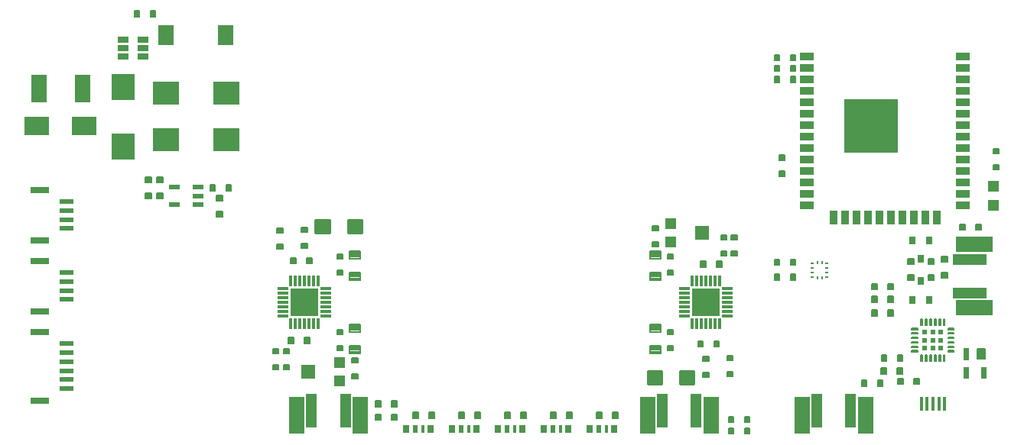
<source format=gbr>
G04 EAGLE Gerber RS-274X export*
G75*
%MOMM*%
%FSLAX34Y34*%
%LPD*%
%INSolderpaste Top*%
%IPPOS*%
%AMOC8*
5,1,8,0,0,1.08239X$1,22.5*%
G01*
G04 Define Apertures*
%ADD10R,2.550000X3.000000*%
%ADD11R,3.000000X2.550000*%
%ADD12R,1.200000X0.700000*%
%ADD13R,1.800000X2.200000*%
%ADD14C,0.140000*%
%ADD15R,0.600000X0.600000*%
%ADD16R,1.500000X0.900000*%
%ADD17R,0.900000X1.500000*%
%ADD18R,6.000000X6.000000*%
%ADD19R,1.200000X0.550000*%
%ADD20R,1.730000X3.050000*%
%ADD21R,2.700000X2.000000*%
%ADD22R,0.300000X1.150000*%
%ADD23R,1.150000X0.300000*%
%ADD24R,3.150000X3.150000*%
%ADD25R,1.500000X1.600000*%
%ADD26R,1.200000X1.200000*%
%ADD27C,0.200000*%
%ADD28C,0.340000*%
%ADD29R,0.410000X0.280000*%
%ADD30R,0.280000X0.410000*%
%ADD31R,0.800000X0.900000*%
%ADD32R,0.400000X0.900000*%
%ADD33R,0.600000X0.900000*%
%ADD34R,0.750000X0.900000*%
%ADD35R,1.205000X3.760000*%
%ADD36R,1.710000X4.190000*%
%ADD37R,1.550000X0.600000*%
%ADD38R,2.100000X0.800000*%
%ADD39C,0.148500*%
%ADD40C,0.088500*%
%ADD41R,3.760000X1.205000*%
%ADD42R,4.190000X1.710000*%
%ADD43R,0.450000X1.500000*%
D10*
X-425450Y236550D03*
X-425450Y169850D03*
D11*
X-310820Y229870D03*
X-377520Y229870D03*
X-310820Y177800D03*
X-377520Y177800D03*
D12*
X-425020Y288900D03*
X-425020Y279400D03*
X-425020Y269900D03*
X-403020Y269900D03*
X-403020Y279400D03*
X-403020Y288900D03*
D13*
X-377730Y293930D03*
X-311730Y293930D03*
D14*
X447870Y-31250D02*
X454470Y-31250D01*
X454470Y-32650D01*
X447870Y-32650D01*
X447870Y-31250D01*
X447870Y-31320D02*
X454470Y-31320D01*
X454470Y-36250D02*
X447870Y-36250D01*
X454470Y-36250D02*
X454470Y-37650D01*
X447870Y-37650D01*
X447870Y-36250D01*
X447870Y-36320D02*
X454470Y-36320D01*
X454470Y-41250D02*
X447870Y-41250D01*
X454470Y-41250D02*
X454470Y-42650D01*
X447870Y-42650D01*
X447870Y-41250D01*
X447870Y-41320D02*
X454470Y-41320D01*
X454470Y-46250D02*
X447870Y-46250D01*
X454470Y-46250D02*
X454470Y-47650D01*
X447870Y-47650D01*
X447870Y-46250D01*
X447870Y-46320D02*
X454470Y-46320D01*
X454470Y-51250D02*
X447870Y-51250D01*
X454470Y-51250D02*
X454470Y-52650D01*
X447870Y-52650D01*
X447870Y-51250D01*
X447870Y-51320D02*
X454470Y-51320D01*
X454470Y-56250D02*
X447870Y-56250D01*
X454470Y-56250D02*
X454470Y-57650D01*
X447870Y-57650D01*
X447870Y-56250D01*
X447870Y-56320D02*
X454470Y-56320D01*
X459370Y-61150D02*
X459370Y-67750D01*
X457970Y-67750D01*
X457970Y-61150D01*
X459370Y-61150D01*
X459370Y-66420D02*
X457970Y-66420D01*
X457970Y-65090D02*
X459370Y-65090D01*
X459370Y-63760D02*
X457970Y-63760D01*
X457970Y-62430D02*
X459370Y-62430D01*
X464370Y-61150D02*
X464370Y-67750D01*
X462970Y-67750D01*
X462970Y-61150D01*
X464370Y-61150D01*
X464370Y-66420D02*
X462970Y-66420D01*
X462970Y-65090D02*
X464370Y-65090D01*
X464370Y-63760D02*
X462970Y-63760D01*
X462970Y-62430D02*
X464370Y-62430D01*
X469370Y-61150D02*
X469370Y-67750D01*
X467970Y-67750D01*
X467970Y-61150D01*
X469370Y-61150D01*
X469370Y-66420D02*
X467970Y-66420D01*
X467970Y-65090D02*
X469370Y-65090D01*
X469370Y-63760D02*
X467970Y-63760D01*
X467970Y-62430D02*
X469370Y-62430D01*
X474370Y-61150D02*
X474370Y-67750D01*
X472970Y-67750D01*
X472970Y-61150D01*
X474370Y-61150D01*
X474370Y-66420D02*
X472970Y-66420D01*
X472970Y-65090D02*
X474370Y-65090D01*
X474370Y-63760D02*
X472970Y-63760D01*
X472970Y-62430D02*
X474370Y-62430D01*
X479370Y-61150D02*
X479370Y-67750D01*
X477970Y-67750D01*
X477970Y-61150D01*
X479370Y-61150D01*
X479370Y-66420D02*
X477970Y-66420D01*
X477970Y-65090D02*
X479370Y-65090D01*
X479370Y-63760D02*
X477970Y-63760D01*
X477970Y-62430D02*
X479370Y-62430D01*
X484370Y-61150D02*
X484370Y-67750D01*
X482970Y-67750D01*
X482970Y-61150D01*
X484370Y-61150D01*
X484370Y-66420D02*
X482970Y-66420D01*
X482970Y-65090D02*
X484370Y-65090D01*
X484370Y-63760D02*
X482970Y-63760D01*
X482970Y-62430D02*
X484370Y-62430D01*
X487870Y-57650D02*
X494470Y-57650D01*
X487870Y-57650D02*
X487870Y-56250D01*
X494470Y-56250D01*
X494470Y-57650D01*
X494470Y-56320D02*
X487870Y-56320D01*
X487870Y-52650D02*
X494470Y-52650D01*
X487870Y-52650D02*
X487870Y-51250D01*
X494470Y-51250D01*
X494470Y-52650D01*
X494470Y-51320D02*
X487870Y-51320D01*
X487870Y-47650D02*
X494470Y-47650D01*
X487870Y-47650D02*
X487870Y-46250D01*
X494470Y-46250D01*
X494470Y-47650D01*
X494470Y-46320D02*
X487870Y-46320D01*
X487870Y-42650D02*
X494470Y-42650D01*
X487870Y-42650D02*
X487870Y-41250D01*
X494470Y-41250D01*
X494470Y-42650D01*
X494470Y-41320D02*
X487870Y-41320D01*
X487870Y-37650D02*
X494470Y-37650D01*
X487870Y-37650D02*
X487870Y-36250D01*
X494470Y-36250D01*
X494470Y-37650D01*
X494470Y-36320D02*
X487870Y-36320D01*
X487870Y-32650D02*
X494470Y-32650D01*
X487870Y-32650D02*
X487870Y-31250D01*
X494470Y-31250D01*
X494470Y-32650D01*
X494470Y-31320D02*
X487870Y-31320D01*
X482970Y-27750D02*
X482970Y-21150D01*
X484370Y-21150D01*
X484370Y-27750D01*
X482970Y-27750D01*
X482970Y-26420D02*
X484370Y-26420D01*
X484370Y-25090D02*
X482970Y-25090D01*
X482970Y-23760D02*
X484370Y-23760D01*
X484370Y-22430D02*
X482970Y-22430D01*
X477970Y-21150D02*
X477970Y-27750D01*
X477970Y-21150D02*
X479370Y-21150D01*
X479370Y-27750D01*
X477970Y-27750D01*
X477970Y-26420D02*
X479370Y-26420D01*
X479370Y-25090D02*
X477970Y-25090D01*
X477970Y-23760D02*
X479370Y-23760D01*
X479370Y-22430D02*
X477970Y-22430D01*
X472970Y-21150D02*
X472970Y-27750D01*
X472970Y-21150D02*
X474370Y-21150D01*
X474370Y-27750D01*
X472970Y-27750D01*
X472970Y-26420D02*
X474370Y-26420D01*
X474370Y-25090D02*
X472970Y-25090D01*
X472970Y-23760D02*
X474370Y-23760D01*
X474370Y-22430D02*
X472970Y-22430D01*
X467970Y-21150D02*
X467970Y-27750D01*
X467970Y-21150D02*
X469370Y-21150D01*
X469370Y-27750D01*
X467970Y-27750D01*
X467970Y-26420D02*
X469370Y-26420D01*
X469370Y-25090D02*
X467970Y-25090D01*
X467970Y-23760D02*
X469370Y-23760D01*
X469370Y-22430D02*
X467970Y-22430D01*
X462970Y-21150D02*
X462970Y-27750D01*
X462970Y-21150D02*
X464370Y-21150D01*
X464370Y-27750D01*
X462970Y-27750D01*
X462970Y-26420D02*
X464370Y-26420D01*
X464370Y-25090D02*
X462970Y-25090D01*
X462970Y-23760D02*
X464370Y-23760D01*
X464370Y-22430D02*
X462970Y-22430D01*
X457970Y-21150D02*
X457970Y-27750D01*
X457970Y-21150D02*
X459370Y-21150D01*
X459370Y-27750D01*
X457970Y-27750D01*
X457970Y-26420D02*
X459370Y-26420D01*
X459370Y-25090D02*
X457970Y-25090D01*
X457970Y-23760D02*
X459370Y-23760D01*
X459370Y-22430D02*
X457970Y-22430D01*
D15*
X462170Y-53450D03*
X471170Y-44450D03*
X462170Y-44450D03*
X462170Y-35450D03*
X480170Y-35450D03*
X480170Y-53450D03*
X480170Y-44450D03*
X471170Y-35450D03*
X471170Y-53450D03*
D16*
X332010Y270118D03*
X332010Y257418D03*
X332010Y244718D03*
X332010Y232018D03*
X332010Y219318D03*
X332010Y206618D03*
X332010Y193918D03*
X332010Y181218D03*
X332010Y168518D03*
X332010Y155818D03*
X332010Y143118D03*
X332010Y130418D03*
X332010Y117718D03*
X332010Y105018D03*
D17*
X361010Y91118D03*
X373710Y91118D03*
X386410Y91118D03*
X399110Y91118D03*
X411810Y91118D03*
X424510Y91118D03*
X437210Y91118D03*
X449910Y91118D03*
X462610Y91118D03*
X475310Y91118D03*
D16*
X504010Y105018D03*
X504010Y117718D03*
X504010Y130418D03*
X504010Y143118D03*
X504010Y155818D03*
X504010Y168518D03*
X504010Y181218D03*
X504010Y193918D03*
X504010Y206618D03*
X504010Y219318D03*
X504010Y232018D03*
X504010Y244718D03*
X504010Y257418D03*
X504010Y270118D03*
D18*
X403010Y193018D03*
D19*
X-342599Y106070D03*
X-342599Y115570D03*
X-342599Y125070D03*
X-368601Y125070D03*
X-368601Y106070D03*
D20*
X-470076Y234596D03*
X-518376Y234596D03*
D21*
X-468346Y193178D03*
X-521146Y193178D03*
D14*
X-413010Y314325D02*
X-413010Y320675D01*
X-407410Y320675D01*
X-407410Y314325D01*
X-413010Y314325D01*
X-413010Y315655D02*
X-407410Y315655D01*
X-407410Y316985D02*
X-413010Y316985D01*
X-413010Y318315D02*
X-407410Y318315D01*
X-407410Y319645D02*
X-413010Y319645D01*
X-395230Y320675D02*
X-395230Y314325D01*
X-395230Y320675D02*
X-389630Y320675D01*
X-389630Y314325D01*
X-395230Y314325D01*
X-395230Y315655D02*
X-389630Y315655D01*
X-389630Y316985D02*
X-395230Y316985D01*
X-395230Y318315D02*
X-389630Y318315D01*
X-389630Y319645D02*
X-395230Y319645D01*
X437540Y-61341D02*
X437540Y-67691D01*
X431940Y-67691D01*
X431940Y-61341D01*
X437540Y-61341D01*
X437540Y-66361D02*
X431940Y-66361D01*
X431940Y-65031D02*
X437540Y-65031D01*
X437540Y-63701D02*
X431940Y-63701D01*
X431940Y-62371D02*
X437540Y-62371D01*
X419760Y-61341D02*
X419760Y-67691D01*
X414160Y-67691D01*
X414160Y-61341D01*
X419760Y-61341D01*
X419760Y-66361D02*
X414160Y-66361D01*
X414160Y-65031D02*
X419760Y-65031D01*
X419760Y-63701D02*
X414160Y-63701D01*
X414160Y-62371D02*
X419760Y-62371D01*
X-315595Y92450D02*
X-321945Y92450D01*
X-321945Y98050D01*
X-315595Y98050D01*
X-315595Y92450D01*
X-315595Y93780D02*
X-321945Y93780D01*
X-321945Y95110D02*
X-315595Y95110D01*
X-315595Y96440D02*
X-321945Y96440D01*
X-321945Y97770D02*
X-315595Y97770D01*
X-315595Y110230D02*
X-321945Y110230D01*
X-321945Y115830D01*
X-315595Y115830D01*
X-315595Y110230D01*
X-315595Y111560D02*
X-321945Y111560D01*
X-321945Y112890D02*
X-315595Y112890D01*
X-315595Y114220D02*
X-321945Y114220D01*
X-321945Y115550D02*
X-315595Y115550D01*
X-381635Y112770D02*
X-387985Y112770D01*
X-387985Y118370D01*
X-381635Y118370D01*
X-381635Y112770D01*
X-381635Y114100D02*
X-387985Y114100D01*
X-387985Y115430D02*
X-381635Y115430D01*
X-381635Y116760D02*
X-387985Y116760D01*
X-387985Y118090D02*
X-381635Y118090D01*
X-381635Y130550D02*
X-387985Y130550D01*
X-387985Y136150D01*
X-381635Y136150D01*
X-381635Y130550D01*
X-381635Y131880D02*
X-387985Y131880D01*
X-387985Y133210D02*
X-381635Y133210D01*
X-381635Y134540D02*
X-387985Y134540D01*
X-387985Y135870D02*
X-381635Y135870D01*
X-394335Y112770D02*
X-400685Y112770D01*
X-400685Y118370D01*
X-394335Y118370D01*
X-394335Y112770D01*
X-394335Y114100D02*
X-400685Y114100D01*
X-400685Y115430D02*
X-394335Y115430D01*
X-394335Y116760D02*
X-400685Y116760D01*
X-400685Y118090D02*
X-394335Y118090D01*
X-394335Y130550D02*
X-400685Y130550D01*
X-400685Y136150D01*
X-394335Y136150D01*
X-394335Y130550D01*
X-394335Y131880D02*
X-400685Y131880D01*
X-400685Y133210D02*
X-394335Y133210D01*
X-394335Y134540D02*
X-400685Y134540D01*
X-400685Y135870D02*
X-394335Y135870D01*
X-329190Y127635D02*
X-329190Y121285D01*
X-329190Y127635D02*
X-323590Y127635D01*
X-323590Y121285D01*
X-329190Y121285D01*
X-329190Y122615D02*
X-323590Y122615D01*
X-323590Y123945D02*
X-329190Y123945D01*
X-329190Y125275D02*
X-323590Y125275D01*
X-323590Y126605D02*
X-329190Y126605D01*
X-311410Y127635D02*
X-311410Y121285D01*
X-311410Y127635D02*
X-305810Y127635D01*
X-305810Y121285D01*
X-311410Y121285D01*
X-311410Y122615D02*
X-305810Y122615D01*
X-305810Y123945D02*
X-311410Y123945D01*
X-311410Y125275D02*
X-305810Y125275D01*
X-305810Y126605D02*
X-311410Y126605D01*
X-227965Y57286D02*
X-221615Y57286D01*
X-227965Y57286D02*
X-227965Y62886D01*
X-221615Y62886D01*
X-221615Y57286D01*
X-221615Y58616D02*
X-227965Y58616D01*
X-227965Y59946D02*
X-221615Y59946D01*
X-221615Y61276D02*
X-227965Y61276D01*
X-227965Y62606D02*
X-221615Y62606D01*
X-221615Y75066D02*
X-227965Y75066D01*
X-227965Y80666D01*
X-221615Y80666D01*
X-221615Y75066D01*
X-221615Y76396D02*
X-227965Y76396D01*
X-227965Y77726D02*
X-221615Y77726D01*
X-221615Y79056D02*
X-227965Y79056D01*
X-227965Y80386D02*
X-221615Y80386D01*
X-239528Y46863D02*
X-239528Y40513D01*
X-239528Y46863D02*
X-233928Y46863D01*
X-233928Y40513D01*
X-239528Y40513D01*
X-239528Y41843D02*
X-233928Y41843D01*
X-233928Y43173D02*
X-239528Y43173D01*
X-239528Y44503D02*
X-233928Y44503D01*
X-233928Y45833D02*
X-239528Y45833D01*
X-221748Y46863D02*
X-221748Y40513D01*
X-221748Y46863D02*
X-216148Y46863D01*
X-216148Y40513D01*
X-221748Y40513D01*
X-221748Y41843D02*
X-216148Y41843D01*
X-216148Y43173D02*
X-221748Y43173D01*
X-221748Y44503D02*
X-216148Y44503D01*
X-216148Y45833D02*
X-221748Y45833D01*
X-248604Y56382D02*
X-254954Y56382D01*
X-254954Y61982D01*
X-248604Y61982D01*
X-248604Y56382D01*
X-248604Y57712D02*
X-254954Y57712D01*
X-254954Y59042D02*
X-248604Y59042D01*
X-248604Y60372D02*
X-254954Y60372D01*
X-254954Y61702D02*
X-248604Y61702D01*
X-248604Y74162D02*
X-254954Y74162D01*
X-254954Y79762D01*
X-248604Y79762D01*
X-248604Y74162D01*
X-248604Y75492D02*
X-254954Y75492D01*
X-254954Y76822D02*
X-248604Y76822D01*
X-248604Y78152D02*
X-254954Y78152D01*
X-254954Y79482D02*
X-248604Y79482D01*
X-242322Y-41529D02*
X-242322Y-47879D01*
X-242322Y-41529D02*
X-236722Y-41529D01*
X-236722Y-47879D01*
X-242322Y-47879D01*
X-242322Y-46549D02*
X-236722Y-46549D01*
X-236722Y-45219D02*
X-242322Y-45219D01*
X-242322Y-43889D02*
X-236722Y-43889D01*
X-236722Y-42559D02*
X-242322Y-42559D01*
X-224542Y-41529D02*
X-224542Y-47879D01*
X-224542Y-41529D02*
X-218942Y-41529D01*
X-218942Y-47879D01*
X-224542Y-47879D01*
X-224542Y-46549D02*
X-218942Y-46549D01*
X-218942Y-45219D02*
X-224542Y-45219D01*
X-224542Y-43889D02*
X-218942Y-43889D01*
X-218942Y-42559D02*
X-224542Y-42559D01*
D22*
X-209790Y21460D03*
X-214790Y21460D03*
X-219790Y21460D03*
X-224790Y21460D03*
X-229790Y21460D03*
X-234790Y21460D03*
X-239790Y21460D03*
D23*
X-248790Y12460D03*
X-248790Y7460D03*
X-248790Y2460D03*
X-248790Y-2540D03*
X-248790Y-7540D03*
X-248790Y-12540D03*
X-248790Y-17540D03*
D22*
X-239790Y-26540D03*
X-234790Y-26540D03*
X-229790Y-26540D03*
X-224790Y-26540D03*
X-219790Y-26540D03*
X-214790Y-26540D03*
X-209790Y-26540D03*
D23*
X-200790Y-17540D03*
X-200790Y-12540D03*
X-200790Y-7540D03*
X-200790Y-2540D03*
X-200790Y2460D03*
X-200790Y7460D03*
X-200790Y12460D03*
D24*
X-224790Y-2540D03*
D25*
X-220708Y-79756D03*
D26*
X-185708Y-69756D03*
X-185708Y-89756D03*
D14*
X-172085Y-64002D02*
X-165735Y-64002D01*
X-165735Y-69602D01*
X-172085Y-69602D01*
X-172085Y-64002D01*
X-172085Y-68272D02*
X-165735Y-68272D01*
X-165735Y-66942D02*
X-172085Y-66942D01*
X-172085Y-65612D02*
X-165735Y-65612D01*
X-165735Y-64282D02*
X-172085Y-64282D01*
X-172085Y-81782D02*
X-165735Y-81782D01*
X-165735Y-87382D01*
X-172085Y-87382D01*
X-172085Y-81782D01*
X-172085Y-86052D02*
X-165735Y-86052D01*
X-165735Y-84722D02*
X-172085Y-84722D01*
X-172085Y-83392D02*
X-165735Y-83392D01*
X-165735Y-82062D02*
X-172085Y-82062D01*
X-253111Y-53842D02*
X-259461Y-53842D01*
X-253111Y-53842D02*
X-253111Y-59442D01*
X-259461Y-59442D01*
X-259461Y-53842D01*
X-259461Y-58112D02*
X-253111Y-58112D01*
X-253111Y-56782D02*
X-259461Y-56782D01*
X-259461Y-55452D02*
X-253111Y-55452D01*
X-253111Y-54122D02*
X-259461Y-54122D01*
X-259461Y-71622D02*
X-253111Y-71622D01*
X-253111Y-77222D01*
X-259461Y-77222D01*
X-259461Y-71622D01*
X-259461Y-75892D02*
X-253111Y-75892D01*
X-253111Y-74562D02*
X-259461Y-74562D01*
X-259461Y-73232D02*
X-253111Y-73232D01*
X-253111Y-71902D02*
X-259461Y-71902D01*
X-247777Y-53842D02*
X-241427Y-53842D01*
X-241427Y-59442D01*
X-247777Y-59442D01*
X-247777Y-53842D01*
X-247777Y-58112D02*
X-241427Y-58112D01*
X-241427Y-56782D02*
X-247777Y-56782D01*
X-247777Y-55452D02*
X-241427Y-55452D01*
X-241427Y-54122D02*
X-247777Y-54122D01*
X-247777Y-71622D02*
X-241427Y-71622D01*
X-241427Y-77222D01*
X-247777Y-77222D01*
X-247777Y-71622D01*
X-247777Y-75892D02*
X-241427Y-75892D01*
X-241427Y-74562D02*
X-247777Y-74562D01*
X-247777Y-73232D02*
X-241427Y-73232D01*
X-241427Y-71902D02*
X-247777Y-71902D01*
D27*
X-174910Y-35180D02*
X-162910Y-35180D01*
X-174910Y-35180D02*
X-174910Y-27180D01*
X-162910Y-27180D01*
X-162910Y-35180D01*
X-162910Y-33280D02*
X-174910Y-33280D01*
X-174910Y-31380D02*
X-162910Y-31380D01*
X-162910Y-29480D02*
X-174910Y-29480D01*
X-174910Y-27580D02*
X-162910Y-27580D01*
X-162910Y-59180D02*
X-174910Y-59180D01*
X-174910Y-51180D01*
X-162910Y-51180D01*
X-162910Y-59180D01*
X-162910Y-57280D02*
X-174910Y-57280D01*
X-174910Y-55380D02*
X-162910Y-55380D01*
X-162910Y-53480D02*
X-174910Y-53480D01*
X-174910Y-51580D02*
X-162910Y-51580D01*
X-162910Y30100D02*
X-174910Y30100D01*
X-162910Y30100D02*
X-162910Y22100D01*
X-174910Y22100D01*
X-174910Y30100D01*
X-174910Y24000D02*
X-162910Y24000D01*
X-162910Y25900D02*
X-174910Y25900D01*
X-174910Y27800D02*
X-162910Y27800D01*
X-162910Y29700D02*
X-174910Y29700D01*
X-174910Y54100D02*
X-162910Y54100D01*
X-162910Y46100D01*
X-174910Y46100D01*
X-174910Y54100D01*
X-174910Y48000D02*
X-162910Y48000D01*
X-162910Y49900D02*
X-174910Y49900D01*
X-174910Y51800D02*
X-162910Y51800D01*
X-162910Y53700D02*
X-174910Y53700D01*
D28*
X-161136Y74734D02*
X-161136Y88334D01*
X-161136Y74734D02*
X-175736Y74734D01*
X-175736Y88334D01*
X-161136Y88334D01*
X-161136Y77964D02*
X-175736Y77964D01*
X-175736Y81194D02*
X-161136Y81194D01*
X-161136Y84424D02*
X-175736Y84424D01*
X-175736Y87654D02*
X-161136Y87654D01*
X-197136Y88334D02*
X-197136Y74734D01*
X-211736Y74734D01*
X-211736Y88334D01*
X-197136Y88334D01*
X-197136Y77964D02*
X-211736Y77964D01*
X-211736Y81194D02*
X-197136Y81194D01*
X-197136Y84424D02*
X-211736Y84424D01*
X-211736Y87654D02*
X-197136Y87654D01*
D14*
X-188595Y-32760D02*
X-182245Y-32760D01*
X-182245Y-38360D01*
X-188595Y-38360D01*
X-188595Y-32760D01*
X-188595Y-37030D02*
X-182245Y-37030D01*
X-182245Y-35700D02*
X-188595Y-35700D01*
X-188595Y-34370D02*
X-182245Y-34370D01*
X-182245Y-33040D02*
X-188595Y-33040D01*
X-188595Y-50540D02*
X-182245Y-50540D01*
X-182245Y-56140D01*
X-188595Y-56140D01*
X-188595Y-50540D01*
X-188595Y-54810D02*
X-182245Y-54810D01*
X-182245Y-53480D02*
X-188595Y-53480D01*
X-188595Y-52150D02*
X-182245Y-52150D01*
X-182245Y-50820D02*
X-188595Y-50820D01*
X-188595Y27680D02*
X-182245Y27680D01*
X-188595Y27680D02*
X-188595Y33280D01*
X-182245Y33280D01*
X-182245Y27680D01*
X-182245Y29010D02*
X-188595Y29010D01*
X-188595Y30340D02*
X-182245Y30340D01*
X-182245Y31670D02*
X-188595Y31670D01*
X-188595Y33000D02*
X-182245Y33000D01*
X-182245Y45460D02*
X-188595Y45460D01*
X-188595Y51060D01*
X-182245Y51060D01*
X-182245Y45460D01*
X-182245Y46790D02*
X-188595Y46790D01*
X-188595Y48120D02*
X-182245Y48120D01*
X-182245Y49450D02*
X-188595Y49450D01*
X-188595Y50780D02*
X-182245Y50780D01*
X216535Y-62366D02*
X222885Y-62366D01*
X222885Y-67966D01*
X216535Y-67966D01*
X216535Y-62366D01*
X216535Y-66636D02*
X222885Y-66636D01*
X222885Y-65306D02*
X216535Y-65306D01*
X216535Y-63976D02*
X222885Y-63976D01*
X222885Y-62646D02*
X216535Y-62646D01*
X216535Y-80146D02*
X222885Y-80146D01*
X222885Y-85746D01*
X216535Y-85746D01*
X216535Y-80146D01*
X216535Y-84416D02*
X222885Y-84416D01*
X222885Y-83086D02*
X216535Y-83086D01*
X216535Y-81756D02*
X222885Y-81756D01*
X222885Y-80426D02*
X216535Y-80426D01*
X234448Y-51943D02*
X234448Y-45593D01*
X234448Y-51943D02*
X228848Y-51943D01*
X228848Y-45593D01*
X234448Y-45593D01*
X234448Y-50613D02*
X228848Y-50613D01*
X228848Y-49283D02*
X234448Y-49283D01*
X234448Y-47953D02*
X228848Y-47953D01*
X228848Y-46623D02*
X234448Y-46623D01*
X216668Y-45593D02*
X216668Y-51943D01*
X211068Y-51943D01*
X211068Y-45593D01*
X216668Y-45593D01*
X216668Y-50613D02*
X211068Y-50613D01*
X211068Y-49283D02*
X216668Y-49283D01*
X216668Y-47953D02*
X211068Y-47953D01*
X211068Y-46623D02*
X216668Y-46623D01*
X243524Y-61462D02*
X249874Y-61462D01*
X249874Y-67062D01*
X243524Y-67062D01*
X243524Y-61462D01*
X243524Y-65732D02*
X249874Y-65732D01*
X249874Y-64402D02*
X243524Y-64402D01*
X243524Y-63072D02*
X249874Y-63072D01*
X249874Y-61742D02*
X243524Y-61742D01*
X243524Y-79242D02*
X249874Y-79242D01*
X249874Y-84842D01*
X243524Y-84842D01*
X243524Y-79242D01*
X243524Y-83512D02*
X249874Y-83512D01*
X249874Y-82182D02*
X243524Y-82182D01*
X243524Y-80852D02*
X249874Y-80852D01*
X249874Y-79522D02*
X243524Y-79522D01*
X237242Y36449D02*
X237242Y42799D01*
X237242Y36449D02*
X231642Y36449D01*
X231642Y42799D01*
X237242Y42799D01*
X237242Y37779D02*
X231642Y37779D01*
X231642Y39109D02*
X237242Y39109D01*
X237242Y40439D02*
X231642Y40439D01*
X231642Y41769D02*
X237242Y41769D01*
X219462Y42799D02*
X219462Y36449D01*
X213862Y36449D01*
X213862Y42799D01*
X219462Y42799D01*
X219462Y37779D02*
X213862Y37779D01*
X213862Y39109D02*
X219462Y39109D01*
X219462Y40439D02*
X213862Y40439D01*
X213862Y41769D02*
X219462Y41769D01*
D22*
X204710Y-26540D03*
X209710Y-26540D03*
X214710Y-26540D03*
X219710Y-26540D03*
X224710Y-26540D03*
X229710Y-26540D03*
X234710Y-26540D03*
D23*
X243710Y-17540D03*
X243710Y-12540D03*
X243710Y-7540D03*
X243710Y-2540D03*
X243710Y2460D03*
X243710Y7460D03*
X243710Y12460D03*
D22*
X234710Y21460D03*
X229710Y21460D03*
X224710Y21460D03*
X219710Y21460D03*
X214710Y21460D03*
X209710Y21460D03*
X204710Y21460D03*
D23*
X195710Y12460D03*
X195710Y7460D03*
X195710Y2460D03*
X195710Y-2540D03*
X195710Y-7540D03*
X195710Y-12540D03*
X195710Y-17540D03*
D24*
X219710Y-2540D03*
D25*
X215628Y74676D03*
D26*
X180628Y64676D03*
X180628Y84676D03*
D14*
X167005Y58922D02*
X160655Y58922D01*
X160655Y64522D01*
X167005Y64522D01*
X167005Y58922D01*
X167005Y60252D02*
X160655Y60252D01*
X160655Y61582D02*
X167005Y61582D01*
X167005Y62912D02*
X160655Y62912D01*
X160655Y64242D02*
X167005Y64242D01*
X167005Y76702D02*
X160655Y76702D01*
X160655Y82302D01*
X167005Y82302D01*
X167005Y76702D01*
X167005Y78032D02*
X160655Y78032D01*
X160655Y79362D02*
X167005Y79362D01*
X167005Y80692D02*
X160655Y80692D01*
X160655Y82022D02*
X167005Y82022D01*
X248031Y48762D02*
X254381Y48762D01*
X248031Y48762D02*
X248031Y54362D01*
X254381Y54362D01*
X254381Y48762D01*
X254381Y50092D02*
X248031Y50092D01*
X248031Y51422D02*
X254381Y51422D01*
X254381Y52752D02*
X248031Y52752D01*
X248031Y54082D02*
X254381Y54082D01*
X254381Y66542D02*
X248031Y66542D01*
X248031Y72142D01*
X254381Y72142D01*
X254381Y66542D01*
X254381Y67872D02*
X248031Y67872D01*
X248031Y69202D02*
X254381Y69202D01*
X254381Y70532D02*
X248031Y70532D01*
X248031Y71862D02*
X254381Y71862D01*
X242697Y48762D02*
X236347Y48762D01*
X236347Y54362D01*
X242697Y54362D01*
X242697Y48762D01*
X242697Y50092D02*
X236347Y50092D01*
X236347Y51422D02*
X242697Y51422D01*
X242697Y52752D02*
X236347Y52752D01*
X236347Y54082D02*
X242697Y54082D01*
X242697Y66542D02*
X236347Y66542D01*
X236347Y72142D01*
X242697Y72142D01*
X242697Y66542D01*
X242697Y67872D02*
X236347Y67872D01*
X236347Y69202D02*
X242697Y69202D01*
X242697Y70532D02*
X236347Y70532D01*
X236347Y71862D02*
X242697Y71862D01*
D27*
X169830Y30100D02*
X157830Y30100D01*
X169830Y30100D02*
X169830Y22100D01*
X157830Y22100D01*
X157830Y30100D01*
X157830Y24000D02*
X169830Y24000D01*
X169830Y25900D02*
X157830Y25900D01*
X157830Y27800D02*
X169830Y27800D01*
X169830Y29700D02*
X157830Y29700D01*
X157830Y54100D02*
X169830Y54100D01*
X169830Y46100D01*
X157830Y46100D01*
X157830Y54100D01*
X157830Y48000D02*
X169830Y48000D01*
X169830Y49900D02*
X157830Y49900D01*
X157830Y51800D02*
X169830Y51800D01*
X169830Y53700D02*
X157830Y53700D01*
X157830Y-35180D02*
X169830Y-35180D01*
X157830Y-35180D02*
X157830Y-27180D01*
X169830Y-27180D01*
X169830Y-35180D01*
X169830Y-33280D02*
X157830Y-33280D01*
X157830Y-31380D02*
X169830Y-31380D01*
X169830Y-29480D02*
X157830Y-29480D01*
X157830Y-27580D02*
X169830Y-27580D01*
X169830Y-59180D02*
X157830Y-59180D01*
X157830Y-51180D01*
X169830Y-51180D01*
X169830Y-59180D01*
X169830Y-57280D02*
X157830Y-57280D01*
X157830Y-55380D02*
X169830Y-55380D01*
X169830Y-53480D02*
X157830Y-53480D01*
X157830Y-51580D02*
X169830Y-51580D01*
D28*
X156056Y-79814D02*
X156056Y-93414D01*
X156056Y-79814D02*
X170656Y-79814D01*
X170656Y-93414D01*
X156056Y-93414D01*
X156056Y-90184D02*
X170656Y-90184D01*
X170656Y-86954D02*
X156056Y-86954D01*
X156056Y-83724D02*
X170656Y-83724D01*
X170656Y-80494D02*
X156056Y-80494D01*
X192056Y-79814D02*
X192056Y-93414D01*
X192056Y-79814D02*
X206656Y-79814D01*
X206656Y-93414D01*
X192056Y-93414D01*
X192056Y-90184D02*
X206656Y-90184D01*
X206656Y-86954D02*
X192056Y-86954D01*
X192056Y-83724D02*
X206656Y-83724D01*
X206656Y-80494D02*
X192056Y-80494D01*
D14*
X183515Y27680D02*
X177165Y27680D01*
X177165Y33280D01*
X183515Y33280D01*
X183515Y27680D01*
X183515Y29010D02*
X177165Y29010D01*
X177165Y30340D02*
X183515Y30340D01*
X183515Y31670D02*
X177165Y31670D01*
X177165Y33000D02*
X183515Y33000D01*
X183515Y45460D02*
X177165Y45460D01*
X177165Y51060D01*
X183515Y51060D01*
X183515Y45460D01*
X183515Y46790D02*
X177165Y46790D01*
X177165Y48120D02*
X183515Y48120D01*
X183515Y49450D02*
X177165Y49450D01*
X177165Y50780D02*
X183515Y50780D01*
X183515Y-32760D02*
X177165Y-32760D01*
X183515Y-32760D02*
X183515Y-38360D01*
X177165Y-38360D01*
X177165Y-32760D01*
X177165Y-37030D02*
X183515Y-37030D01*
X183515Y-35700D02*
X177165Y-35700D01*
X177165Y-34370D02*
X183515Y-34370D01*
X183515Y-33040D02*
X177165Y-33040D01*
X177165Y-50540D02*
X183515Y-50540D01*
X183515Y-56140D01*
X177165Y-56140D01*
X177165Y-50540D01*
X177165Y-54810D02*
X183515Y-54810D01*
X183515Y-53480D02*
X177165Y-53480D01*
X177165Y-52150D02*
X183515Y-52150D01*
X183515Y-50820D02*
X177165Y-50820D01*
D29*
X337544Y40520D03*
X337544Y35520D03*
X337544Y30520D03*
X337544Y25520D03*
D30*
X343194Y24870D03*
X348194Y24870D03*
D29*
X353844Y25520D03*
X353844Y30520D03*
X353844Y35520D03*
X353844Y40520D03*
D30*
X348194Y41170D03*
X343194Y41170D03*
D14*
X319284Y28575D02*
X319284Y22225D01*
X313684Y22225D01*
X313684Y28575D01*
X319284Y28575D01*
X319284Y23555D02*
X313684Y23555D01*
X313684Y24885D02*
X319284Y24885D01*
X319284Y26215D02*
X313684Y26215D01*
X313684Y27545D02*
X319284Y27545D01*
X301504Y28575D02*
X301504Y22225D01*
X295904Y22225D01*
X295904Y28575D01*
X301504Y28575D01*
X301504Y23555D02*
X295904Y23555D01*
X295904Y24885D02*
X301504Y24885D01*
X301504Y26215D02*
X295904Y26215D01*
X295904Y27545D02*
X301504Y27545D01*
X295904Y38735D02*
X295904Y45085D01*
X301504Y45085D01*
X301504Y38735D01*
X295904Y38735D01*
X295904Y40065D02*
X301504Y40065D01*
X301504Y41395D02*
X295904Y41395D01*
X295904Y42725D02*
X301504Y42725D01*
X301504Y44055D02*
X295904Y44055D01*
X313684Y45085D02*
X313684Y38735D01*
X313684Y45085D02*
X319284Y45085D01*
X319284Y38735D01*
X313684Y38735D01*
X313684Y40065D02*
X319284Y40065D01*
X319284Y41395D02*
X313684Y41395D01*
X313684Y42725D02*
X319284Y42725D01*
X319284Y44055D02*
X313684Y44055D01*
D31*
X-84735Y-142740D03*
D32*
X-93051Y-142740D03*
D33*
X-101890Y-142740D03*
D34*
X-111727Y-142740D03*
D31*
X-33935Y-142740D03*
D32*
X-42251Y-142740D03*
D33*
X-51090Y-142740D03*
D34*
X-60927Y-142740D03*
D31*
X16865Y-142740D03*
D32*
X8549Y-142740D03*
D33*
X-290Y-142740D03*
D34*
X-10127Y-142740D03*
D31*
X67665Y-142740D03*
D32*
X59349Y-142740D03*
D33*
X50510Y-142740D03*
D34*
X40673Y-142740D03*
D31*
X118465Y-142740D03*
D32*
X110149Y-142740D03*
D33*
X101310Y-142740D03*
D34*
X91473Y-142740D03*
D14*
X-104400Y-130810D02*
X-104400Y-124460D01*
X-98800Y-124460D01*
X-98800Y-130810D01*
X-104400Y-130810D01*
X-104400Y-129480D02*
X-98800Y-129480D01*
X-98800Y-128150D02*
X-104400Y-128150D01*
X-104400Y-126820D02*
X-98800Y-126820D01*
X-98800Y-125490D02*
X-104400Y-125490D01*
X-86620Y-124460D02*
X-86620Y-130810D01*
X-86620Y-124460D02*
X-81020Y-124460D01*
X-81020Y-130810D01*
X-86620Y-130810D01*
X-86620Y-129480D02*
X-81020Y-129480D01*
X-81020Y-128150D02*
X-86620Y-128150D01*
X-86620Y-126820D02*
X-81020Y-126820D01*
X-81020Y-125490D02*
X-86620Y-125490D01*
X-53600Y-124460D02*
X-53600Y-130810D01*
X-53600Y-124460D02*
X-48000Y-124460D01*
X-48000Y-130810D01*
X-53600Y-130810D01*
X-53600Y-129480D02*
X-48000Y-129480D01*
X-48000Y-128150D02*
X-53600Y-128150D01*
X-53600Y-126820D02*
X-48000Y-126820D01*
X-48000Y-125490D02*
X-53600Y-125490D01*
X-35820Y-124460D02*
X-35820Y-130810D01*
X-35820Y-124460D02*
X-30220Y-124460D01*
X-30220Y-130810D01*
X-35820Y-130810D01*
X-35820Y-129480D02*
X-30220Y-129480D01*
X-30220Y-128150D02*
X-35820Y-128150D01*
X-35820Y-126820D02*
X-30220Y-126820D01*
X-30220Y-125490D02*
X-35820Y-125490D01*
X-2800Y-124460D02*
X-2800Y-130810D01*
X-2800Y-124460D02*
X2800Y-124460D01*
X2800Y-130810D01*
X-2800Y-130810D01*
X-2800Y-129480D02*
X2800Y-129480D01*
X2800Y-128150D02*
X-2800Y-128150D01*
X-2800Y-126820D02*
X2800Y-126820D01*
X2800Y-125490D02*
X-2800Y-125490D01*
X14980Y-124460D02*
X14980Y-130810D01*
X14980Y-124460D02*
X20580Y-124460D01*
X20580Y-130810D01*
X14980Y-130810D01*
X14980Y-129480D02*
X20580Y-129480D01*
X20580Y-128150D02*
X14980Y-128150D01*
X14980Y-126820D02*
X20580Y-126820D01*
X20580Y-125490D02*
X14980Y-125490D01*
X48000Y-124460D02*
X48000Y-130810D01*
X48000Y-124460D02*
X53600Y-124460D01*
X53600Y-130810D01*
X48000Y-130810D01*
X48000Y-129480D02*
X53600Y-129480D01*
X53600Y-128150D02*
X48000Y-128150D01*
X48000Y-126820D02*
X53600Y-126820D01*
X53600Y-125490D02*
X48000Y-125490D01*
X65780Y-124460D02*
X65780Y-130810D01*
X65780Y-124460D02*
X71380Y-124460D01*
X71380Y-130810D01*
X65780Y-130810D01*
X65780Y-129480D02*
X71380Y-129480D01*
X71380Y-128150D02*
X65780Y-128150D01*
X65780Y-126820D02*
X71380Y-126820D01*
X71380Y-125490D02*
X65780Y-125490D01*
X98800Y-124460D02*
X98800Y-130810D01*
X98800Y-124460D02*
X104400Y-124460D01*
X104400Y-130810D01*
X98800Y-130810D01*
X98800Y-129480D02*
X104400Y-129480D01*
X104400Y-128150D02*
X98800Y-128150D01*
X98800Y-126820D02*
X104400Y-126820D01*
X104400Y-125490D02*
X98800Y-125490D01*
X116580Y-124460D02*
X116580Y-130810D01*
X116580Y-124460D02*
X122180Y-124460D01*
X122180Y-130810D01*
X116580Y-130810D01*
X116580Y-129480D02*
X122180Y-129480D01*
X122180Y-128150D02*
X116580Y-128150D01*
X116580Y-126820D02*
X122180Y-126820D01*
X122180Y-125490D02*
X116580Y-125490D01*
D35*
X380167Y-122696D03*
X342717Y-122696D03*
D36*
X326192Y-128146D03*
X396692Y-128146D03*
D35*
X209225Y-122696D03*
X171775Y-122696D03*
D36*
X155250Y-128146D03*
X225750Y-128146D03*
D35*
X-179197Y-122696D03*
X-216647Y-122696D03*
D36*
X-233172Y-128146D03*
X-162672Y-128146D03*
D14*
X392170Y-95377D02*
X392170Y-89027D01*
X397770Y-89027D01*
X397770Y-95377D01*
X392170Y-95377D01*
X392170Y-94047D02*
X397770Y-94047D01*
X397770Y-92717D02*
X392170Y-92717D01*
X392170Y-91387D02*
X397770Y-91387D01*
X397770Y-90057D02*
X392170Y-90057D01*
X409950Y-89027D02*
X409950Y-95377D01*
X409950Y-89027D02*
X415550Y-89027D01*
X415550Y-95377D01*
X409950Y-95377D01*
X409950Y-94047D02*
X415550Y-94047D01*
X415550Y-92717D02*
X409950Y-92717D01*
X409950Y-91387D02*
X415550Y-91387D01*
X415550Y-90057D02*
X409950Y-90057D01*
X244850Y-141859D02*
X244850Y-148209D01*
X244850Y-141859D02*
X250450Y-141859D01*
X250450Y-148209D01*
X244850Y-148209D01*
X244850Y-146879D02*
X250450Y-146879D01*
X250450Y-145549D02*
X244850Y-145549D01*
X244850Y-144219D02*
X250450Y-144219D01*
X250450Y-142889D02*
X244850Y-142889D01*
X262630Y-141859D02*
X262630Y-148209D01*
X262630Y-141859D02*
X268230Y-141859D01*
X268230Y-148209D01*
X262630Y-148209D01*
X262630Y-146879D02*
X268230Y-146879D01*
X268230Y-145549D02*
X262630Y-145549D01*
X262630Y-144219D02*
X268230Y-144219D01*
X268230Y-142889D02*
X262630Y-142889D01*
X-145548Y-133223D02*
X-145548Y-126873D01*
X-139948Y-126873D01*
X-139948Y-133223D01*
X-145548Y-133223D01*
X-145548Y-131893D02*
X-139948Y-131893D01*
X-139948Y-130563D02*
X-145548Y-130563D01*
X-145548Y-129233D02*
X-139948Y-129233D01*
X-139948Y-127903D02*
X-145548Y-127903D01*
X-127768Y-126873D02*
X-127768Y-133223D01*
X-127768Y-126873D02*
X-122168Y-126873D01*
X-122168Y-133223D01*
X-127768Y-133223D01*
X-127768Y-131893D02*
X-122168Y-131893D01*
X-122168Y-130563D02*
X-127768Y-130563D01*
X-127768Y-129233D02*
X-122168Y-129233D01*
X-122168Y-127903D02*
X-127768Y-127903D01*
X244850Y-129413D02*
X244850Y-135763D01*
X244850Y-129413D02*
X250450Y-129413D01*
X250450Y-135763D01*
X244850Y-135763D01*
X244850Y-134433D02*
X250450Y-134433D01*
X250450Y-133103D02*
X244850Y-133103D01*
X244850Y-131773D02*
X250450Y-131773D01*
X250450Y-130443D02*
X244850Y-130443D01*
X262630Y-129413D02*
X262630Y-135763D01*
X262630Y-129413D02*
X268230Y-129413D01*
X268230Y-135763D01*
X262630Y-135763D01*
X262630Y-134433D02*
X268230Y-134433D01*
X268230Y-133103D02*
X262630Y-133103D01*
X262630Y-131773D02*
X268230Y-131773D01*
X268230Y-130443D02*
X262630Y-130443D01*
X-145548Y-118491D02*
X-145548Y-112141D01*
X-139948Y-112141D01*
X-139948Y-118491D01*
X-145548Y-118491D01*
X-145548Y-117161D02*
X-139948Y-117161D01*
X-139948Y-115831D02*
X-145548Y-115831D01*
X-145548Y-114501D02*
X-139948Y-114501D01*
X-139948Y-113171D02*
X-145548Y-113171D01*
X-127768Y-112141D02*
X-127768Y-118491D01*
X-127768Y-112141D02*
X-122168Y-112141D01*
X-122168Y-118491D01*
X-127768Y-118491D01*
X-127768Y-117161D02*
X-122168Y-117161D01*
X-122168Y-115831D02*
X-127768Y-115831D01*
X-127768Y-114501D02*
X-122168Y-114501D01*
X-122168Y-113171D02*
X-127768Y-113171D01*
D37*
X-487680Y494D03*
X-487680Y10494D03*
X-487680Y20494D03*
D38*
X-517680Y-12506D03*
X-517680Y43494D03*
D37*
X-487680Y30494D03*
X-487680Y79234D03*
X-487680Y89234D03*
X-487680Y99234D03*
D38*
X-517680Y66234D03*
X-517680Y122234D03*
D37*
X-487680Y109234D03*
X-487680Y-98406D03*
X-487680Y-88406D03*
X-487680Y-78406D03*
X-487680Y-68406D03*
X-487680Y-58406D03*
X-487680Y-48406D03*
D38*
X-517680Y-111406D03*
X-517680Y-35406D03*
D14*
X300863Y137154D02*
X307213Y137154D01*
X300863Y137154D02*
X300863Y142754D01*
X307213Y142754D01*
X307213Y137154D01*
X307213Y138484D02*
X300863Y138484D01*
X300863Y139814D02*
X307213Y139814D01*
X307213Y141144D02*
X300863Y141144D01*
X300863Y142474D02*
X307213Y142474D01*
X307213Y154934D02*
X300863Y154934D01*
X300863Y160534D01*
X307213Y160534D01*
X307213Y154934D01*
X307213Y156264D02*
X300863Y156264D01*
X300863Y157594D02*
X307213Y157594D01*
X307213Y158924D02*
X300863Y158924D01*
X300863Y160254D02*
X307213Y160254D01*
X432666Y-87159D02*
X432666Y-93509D01*
X432666Y-87159D02*
X438266Y-87159D01*
X438266Y-93509D01*
X432666Y-93509D01*
X432666Y-92179D02*
X438266Y-92179D01*
X438266Y-90849D02*
X432666Y-90849D01*
X432666Y-89519D02*
X438266Y-89519D01*
X438266Y-88189D02*
X432666Y-88189D01*
X450446Y-87159D02*
X450446Y-93509D01*
X450446Y-87159D02*
X456046Y-87159D01*
X456046Y-93509D01*
X450446Y-93509D01*
X450446Y-92179D02*
X456046Y-92179D01*
X456046Y-90849D02*
X450446Y-90849D01*
X450446Y-89519D02*
X456046Y-89519D01*
X456046Y-88189D02*
X450446Y-88189D01*
X414046Y-81781D02*
X414046Y-75431D01*
X419646Y-75431D01*
X419646Y-81781D01*
X414046Y-81781D01*
X414046Y-80451D02*
X419646Y-80451D01*
X419646Y-79121D02*
X414046Y-79121D01*
X414046Y-77791D02*
X419646Y-77791D01*
X419646Y-76461D02*
X414046Y-76461D01*
X431826Y-75431D02*
X431826Y-81781D01*
X431826Y-75431D02*
X437426Y-75431D01*
X437426Y-81781D01*
X431826Y-81781D01*
X431826Y-80451D02*
X437426Y-80451D01*
X437426Y-79121D02*
X431826Y-79121D01*
X431826Y-77791D02*
X437426Y-77791D01*
X437426Y-76461D02*
X431826Y-76461D01*
D39*
X520784Y-54054D02*
X529200Y-54054D01*
X529200Y-65570D01*
X520784Y-65570D01*
X520784Y-54054D01*
X520784Y-64159D02*
X529200Y-64159D01*
X529200Y-62748D02*
X520784Y-62748D01*
X520784Y-61337D02*
X529200Y-61337D01*
X529200Y-59926D02*
X520784Y-59926D01*
X520784Y-58515D02*
X529200Y-58515D01*
X529200Y-57104D02*
X520784Y-57104D01*
X520784Y-55693D02*
X529200Y-55693D01*
X529200Y-54282D02*
X520784Y-54282D01*
D40*
X510300Y-53754D02*
X505284Y-53754D01*
X510300Y-53754D02*
X510300Y-65870D01*
X505284Y-65870D01*
X505284Y-53754D01*
X505284Y-65029D02*
X510300Y-65029D01*
X510300Y-64188D02*
X505284Y-64188D01*
X505284Y-63347D02*
X510300Y-63347D01*
X510300Y-62506D02*
X505284Y-62506D01*
X505284Y-61665D02*
X510300Y-61665D01*
X510300Y-60824D02*
X505284Y-60824D01*
X505284Y-59983D02*
X510300Y-59983D01*
X510300Y-59142D02*
X505284Y-59142D01*
X505284Y-58301D02*
X510300Y-58301D01*
X510300Y-57460D02*
X505284Y-57460D01*
X505284Y-56619D02*
X510300Y-56619D01*
X510300Y-55778D02*
X505284Y-55778D01*
X505284Y-54937D02*
X510300Y-54937D01*
X510300Y-54096D02*
X505284Y-54096D01*
X505284Y-74254D02*
X510300Y-74254D01*
X510300Y-86370D01*
X505284Y-86370D01*
X505284Y-74254D01*
X505284Y-85529D02*
X510300Y-85529D01*
X510300Y-84688D02*
X505284Y-84688D01*
X505284Y-83847D02*
X510300Y-83847D01*
X510300Y-83006D02*
X505284Y-83006D01*
X505284Y-82165D02*
X510300Y-82165D01*
X510300Y-81324D02*
X505284Y-81324D01*
X505284Y-80483D02*
X510300Y-80483D01*
X510300Y-79642D02*
X505284Y-79642D01*
X505284Y-78801D02*
X510300Y-78801D01*
X510300Y-77960D02*
X505284Y-77960D01*
X505284Y-77119D02*
X510300Y-77119D01*
X510300Y-76278D02*
X505284Y-76278D01*
X505284Y-75437D02*
X510300Y-75437D01*
X510300Y-74596D02*
X505284Y-74596D01*
X524484Y-74254D02*
X529500Y-74254D01*
X529500Y-86370D01*
X524484Y-86370D01*
X524484Y-74254D01*
X524484Y-85529D02*
X529500Y-85529D01*
X529500Y-84688D02*
X524484Y-84688D01*
X524484Y-83847D02*
X529500Y-83847D01*
X529500Y-83006D02*
X524484Y-83006D01*
X524484Y-82165D02*
X529500Y-82165D01*
X529500Y-81324D02*
X524484Y-81324D01*
X524484Y-80483D02*
X529500Y-80483D01*
X529500Y-79642D02*
X524484Y-79642D01*
X524484Y-78801D02*
X529500Y-78801D01*
X529500Y-77960D02*
X524484Y-77960D01*
X524484Y-77119D02*
X529500Y-77119D01*
X529500Y-76278D02*
X524484Y-76278D01*
X524484Y-75437D02*
X529500Y-75437D01*
X529500Y-74596D02*
X524484Y-74596D01*
D41*
X511570Y45141D03*
X511570Y7691D03*
D42*
X517020Y-8834D03*
X517020Y61666D03*
D14*
X487045Y48012D02*
X480695Y48012D01*
X487045Y48012D02*
X487045Y42412D01*
X480695Y42412D01*
X480695Y48012D01*
X480695Y43742D02*
X487045Y43742D01*
X487045Y45072D02*
X480695Y45072D01*
X480695Y46402D02*
X487045Y46402D01*
X487045Y47732D02*
X480695Y47732D01*
X480695Y30232D02*
X487045Y30232D01*
X487045Y24632D01*
X480695Y24632D01*
X480695Y30232D01*
X480695Y25962D02*
X487045Y25962D01*
X487045Y27292D02*
X480695Y27292D01*
X480695Y28622D02*
X487045Y28622D01*
X487045Y29952D02*
X480695Y29952D01*
X537845Y144520D02*
X544195Y144520D01*
X537845Y144520D02*
X537845Y150120D01*
X544195Y150120D01*
X544195Y144520D01*
X544195Y145850D02*
X537845Y145850D01*
X537845Y147180D02*
X544195Y147180D01*
X544195Y148510D02*
X537845Y148510D01*
X537845Y149840D02*
X544195Y149840D01*
X544195Y162300D02*
X537845Y162300D01*
X537845Y167900D01*
X544195Y167900D01*
X544195Y162300D01*
X544195Y163630D02*
X537845Y163630D01*
X537845Y164960D02*
X544195Y164960D01*
X544195Y166290D02*
X537845Y166290D01*
X537845Y167620D02*
X544195Y167620D01*
D26*
X538568Y105324D03*
X538568Y126324D03*
D31*
X457835Y21160D03*
X467335Y160D03*
X448335Y160D03*
X457835Y45388D03*
X448335Y66388D03*
X467335Y66388D03*
D14*
X449707Y45345D02*
X443357Y45345D01*
X449707Y45345D02*
X449707Y39745D01*
X443357Y39745D01*
X443357Y45345D01*
X443357Y41075D02*
X449707Y41075D01*
X449707Y42405D02*
X443357Y42405D01*
X443357Y43735D02*
X449707Y43735D01*
X449707Y45065D02*
X443357Y45065D01*
X443357Y27565D02*
X449707Y27565D01*
X449707Y21965D01*
X443357Y21965D01*
X443357Y27565D01*
X443357Y23295D02*
X449707Y23295D01*
X449707Y24625D02*
X443357Y24625D01*
X443357Y25955D02*
X449707Y25955D01*
X449707Y27285D02*
X443357Y27285D01*
X465963Y21965D02*
X472313Y21965D01*
X465963Y21965D02*
X465963Y27565D01*
X472313Y27565D01*
X472313Y21965D01*
X472313Y23295D02*
X465963Y23295D01*
X465963Y24625D02*
X472313Y24625D01*
X472313Y25955D02*
X465963Y25955D01*
X465963Y27285D02*
X472313Y27285D01*
X472313Y39745D02*
X465963Y39745D01*
X465963Y45345D01*
X472313Y45345D01*
X472313Y39745D01*
X472313Y41075D02*
X465963Y41075D01*
X465963Y42405D02*
X472313Y42405D01*
X472313Y43735D02*
X465963Y43735D01*
X465963Y45065D02*
X472313Y45065D01*
X501136Y77597D02*
X501136Y83947D01*
X506736Y83947D01*
X506736Y77597D01*
X501136Y77597D01*
X501136Y78927D02*
X506736Y78927D01*
X506736Y80257D02*
X501136Y80257D01*
X501136Y81587D02*
X506736Y81587D01*
X506736Y82917D02*
X501136Y82917D01*
X518916Y83947D02*
X518916Y77597D01*
X518916Y83947D02*
X524516Y83947D01*
X524516Y77597D01*
X518916Y77597D01*
X518916Y78927D02*
X524516Y78927D01*
X524516Y80257D02*
X518916Y80257D01*
X518916Y81587D02*
X524516Y81587D01*
X524516Y82917D02*
X518916Y82917D01*
X427234Y-11049D02*
X427234Y-17399D01*
X421634Y-17399D01*
X421634Y-11049D01*
X427234Y-11049D01*
X427234Y-16069D02*
X421634Y-16069D01*
X421634Y-14739D02*
X427234Y-14739D01*
X427234Y-13409D02*
X421634Y-13409D01*
X421634Y-12079D02*
X427234Y-12079D01*
X409454Y-11049D02*
X409454Y-17399D01*
X403854Y-17399D01*
X403854Y-11049D01*
X409454Y-11049D01*
X409454Y-16069D02*
X403854Y-16069D01*
X403854Y-14739D02*
X409454Y-14739D01*
X409454Y-13409D02*
X403854Y-13409D01*
X403854Y-12079D02*
X409454Y-12079D01*
X427234Y-2413D02*
X427234Y3937D01*
X427234Y-2413D02*
X421634Y-2413D01*
X421634Y3937D01*
X427234Y3937D01*
X427234Y-1083D02*
X421634Y-1083D01*
X421634Y247D02*
X427234Y247D01*
X427234Y1577D02*
X421634Y1577D01*
X421634Y2907D02*
X427234Y2907D01*
X409454Y3937D02*
X409454Y-2413D01*
X403854Y-2413D01*
X403854Y3937D01*
X409454Y3937D01*
X409454Y-1083D02*
X403854Y-1083D01*
X403854Y247D02*
X409454Y247D01*
X409454Y1577D02*
X403854Y1577D01*
X403854Y2907D02*
X409454Y2907D01*
X427234Y11557D02*
X427234Y17907D01*
X427234Y11557D02*
X421634Y11557D01*
X421634Y17907D01*
X427234Y17907D01*
X427234Y12887D02*
X421634Y12887D01*
X421634Y14217D02*
X427234Y14217D01*
X427234Y15547D02*
X421634Y15547D01*
X421634Y16877D02*
X427234Y16877D01*
X409454Y17907D02*
X409454Y11557D01*
X403854Y11557D01*
X403854Y17907D01*
X409454Y17907D01*
X409454Y12887D02*
X403854Y12887D01*
X403854Y14217D02*
X409454Y14217D01*
X409454Y15547D02*
X403854Y15547D01*
X403854Y16877D02*
X409454Y16877D01*
X319030Y241427D02*
X319030Y247777D01*
X319030Y241427D02*
X313430Y241427D01*
X313430Y247777D01*
X319030Y247777D01*
X319030Y242757D02*
X313430Y242757D01*
X313430Y244087D02*
X319030Y244087D01*
X319030Y245417D02*
X313430Y245417D01*
X313430Y246747D02*
X319030Y246747D01*
X301250Y247777D02*
X301250Y241427D01*
X295650Y241427D01*
X295650Y247777D01*
X301250Y247777D01*
X301250Y242757D02*
X295650Y242757D01*
X295650Y244087D02*
X301250Y244087D01*
X301250Y245417D02*
X295650Y245417D01*
X295650Y246747D02*
X301250Y246747D01*
X319030Y253619D02*
X319030Y259969D01*
X319030Y253619D02*
X313430Y253619D01*
X313430Y259969D01*
X319030Y259969D01*
X319030Y254949D02*
X313430Y254949D01*
X313430Y256279D02*
X319030Y256279D01*
X319030Y257609D02*
X313430Y257609D01*
X313430Y258939D02*
X319030Y258939D01*
X301250Y259969D02*
X301250Y253619D01*
X295650Y253619D01*
X295650Y259969D01*
X301250Y259969D01*
X301250Y254949D02*
X295650Y254949D01*
X295650Y256279D02*
X301250Y256279D01*
X301250Y257609D02*
X295650Y257609D01*
X295650Y258939D02*
X301250Y258939D01*
X319284Y265811D02*
X319284Y272161D01*
X319284Y265811D02*
X313684Y265811D01*
X313684Y272161D01*
X319284Y272161D01*
X319284Y267141D02*
X313684Y267141D01*
X313684Y268471D02*
X319284Y268471D01*
X319284Y269801D02*
X313684Y269801D01*
X313684Y271131D02*
X319284Y271131D01*
X301504Y272161D02*
X301504Y265811D01*
X295904Y265811D01*
X295904Y272161D01*
X301504Y272161D01*
X301504Y267141D02*
X295904Y267141D01*
X295904Y268471D02*
X301504Y268471D01*
X301504Y269801D02*
X295904Y269801D01*
X295904Y271131D02*
X301504Y271131D01*
D43*
X458170Y-115530D03*
X464670Y-115530D03*
X471170Y-115530D03*
X477670Y-115530D03*
X484170Y-115530D03*
M02*

</source>
